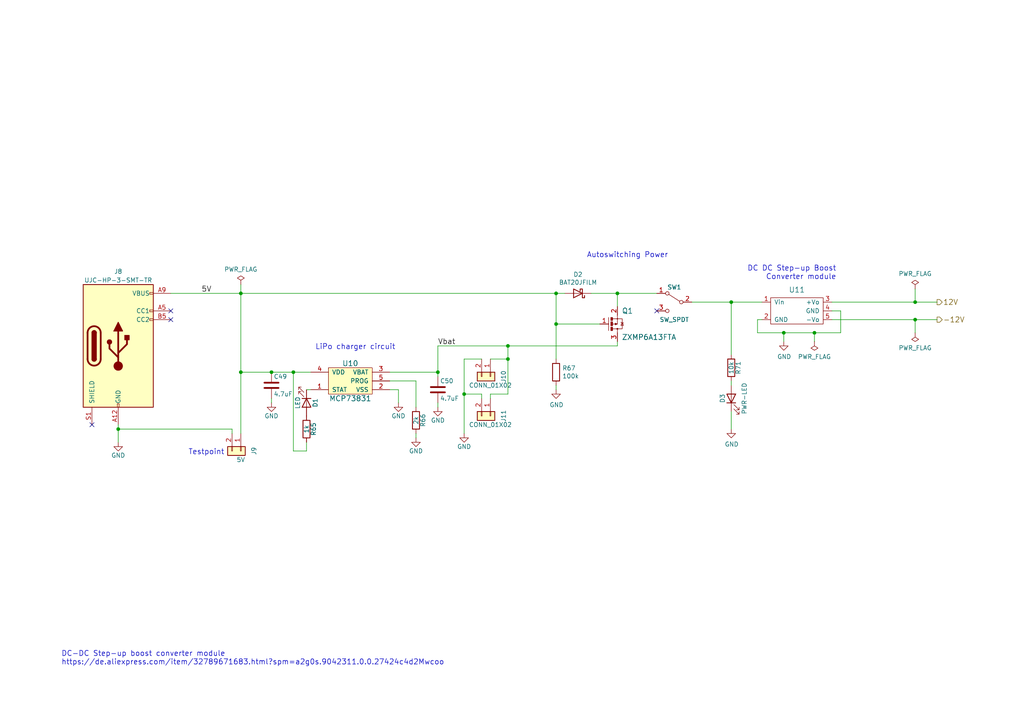
<source format=kicad_sch>
(kicad_sch (version 20211123) (generator eeschema)
  (paper "A4")
  (lib_symbols
    (symbol "Connector_Generic:Conn_01x02" (pin_names (offset 1.016) hide)
      (property "Reference" "J" (at 0 2.54 0))
      (property "Value" "Conn_01x02" (at 0 -5.08 0))
      (symbol "Conn_01x02_1_1"
        (rectangle (start -1.27 -2.413) (end 0 -2.667) (stroke (width 0.1524)))
        (rectangle (start -1.27 0.127) (end 0 -0.127) (stroke (width 0.1524)))
        (rectangle (start -1.27 1.27) (end 1.27 -3.81) (stroke (width 0.254)) (fill (type background)))
        (pin passive line (at -5.08 0 0) (length 3.81) (name "Pin_1") (number "1"))
        (pin passive line (at -5.08 -2.54 0) (length 3.81) (name "Pin_2") (number "2"))
      )
    )
    (symbol "Device:C" (pin_numbers hide) (pin_names (offset 0.254))
      (property "Reference" "C" (at 0.635 2.54 0))
      (property "Value" "C" (at 0.635 -2.54 0))
      (symbol "C_0_1"
        (polyline (pts (xy -2.032 -0.762) (xy 2.032 -0.762)) (stroke (width 0.508)))
        (polyline (pts (xy -2.032 0.762) (xy 2.032 0.762)) (stroke (width 0.508)))
      )
      (symbol "C_1_1"
        (pin passive line (at 0 3.81 270) (length 2.794) (name "~") (number "1"))
        (pin passive line (at 0 -3.81 90) (length 2.794) (name "~") (number "2"))
      )
    )
    (symbol "Device:D_Schottky" (pin_numbers hide) (pin_names (offset 1.016) hide)
      (property "Reference" "D" (at 0 2.54 0))
      (property "Value" "D_Schottky" (at 0 -2.54 0))
      (symbol "D_Schottky_0_1"
        (polyline (pts (xy 1.27 0) (xy -1.27 0)))
        (polyline (pts (xy 1.27 1.27) (xy 1.27 -1.27) (xy -1.27 0) (xy 1.27 1.27)) (stroke (width 0.254)))
        (polyline (pts (xy -1.905 0.635) (xy -1.905 1.27) (xy -1.27 1.27) (xy -1.27 -1.27) (xy -0.635 -1.27) (xy -0.635 -0.635)) (stroke (width 0.254)))
      )
      (symbol "D_Schottky_1_1"
        (pin passive line (at -3.81 0 0) (length 2.54) (name "K") (number "1"))
        (pin passive line (at 3.81 0 180) (length 2.54) (name "A") (number "2"))
      )
    )
    (symbol "Device:LED" (pin_numbers hide) (pin_names (offset 1.016) hide)
      (property "Reference" "D" (at 0 2.54 0))
      (property "Value" "LED" (at 0 -2.54 0))
      (symbol "LED_0_1"
        (polyline (pts (xy -1.27 -1.27) (xy -1.27 1.27)) (stroke (width 0.254)))
        (polyline (pts (xy -1.27 0) (xy 1.27 0)))
        (polyline (pts (xy 1.27 -1.27) (xy 1.27 1.27) (xy -1.27 0) (xy 1.27 -1.27)) (stroke (width 0.254)))
        (polyline (pts (xy -3.048 -0.762) (xy -4.572 -2.286) (xy -3.81 -2.286) (xy -4.572 -2.286) (xy -4.572 -1.524)))
        (polyline (pts (xy -1.778 -0.762) (xy -3.302 -2.286) (xy -2.54 -2.286) (xy -3.302 -2.286) (xy -3.302 -1.524)))
      )
      (symbol "LED_1_1"
        (pin passive line (at -3.81 0 0) (length 2.54) (name "K") (number "1"))
        (pin passive line (at 3.81 0 180) (length 2.54) (name "A") (number "2"))
      )
    )
    (symbol "Device:R" (pin_numbers hide) (pin_names (offset 0))
      (property "Reference" "R" (at 2.032 0 90))
      (property "Value" "R" (at 0 0 90))
      (symbol "R_0_1"
        (rectangle (start -1.016 -2.54) (end 1.016 2.54) (stroke (width 0.254)))
      )
      (symbol "R_1_1"
        (pin passive line (at 0 3.81 270) (length 1.27) (name "~") (number "1"))
        (pin passive line (at 0 -3.81 90) (length 1.27) (name "~") (number "2"))
      )
    )
    (symbol "Switch:SW_SPDT" (pin_names (offset 0) hide)
      (property "Reference" "SW" (at 0 4.318 0))
      (property "Value" "SW_SPDT" (at 0 -5.08 0))
      (symbol "SW_SPDT_0_0"
        (circle (center -2.032 0) (radius 0.508))
        (circle (center 2.032 -2.54) (radius 0.508))
      )
      (symbol "SW_SPDT_0_1"
        (polyline (pts (xy -1.524 0.254) (xy 1.651 2.286)))
        (circle (center 2.032 2.54) (radius 0.508))
      )
      (symbol "SW_SPDT_1_1"
        (pin passive line (at 5.08 2.54 180) (length 2.54) (name "A") (number "1"))
        (pin passive line (at -5.08 0 0) (length 2.54) (name "B") (number "2"))
        (pin passive line (at 5.08 -2.54 180) (length 2.54) (name "C") (number "3"))
      )
    )
    (symbol "pocket_mixer-rescue:GND" (power) (pin_names (offset 0))
      (property "Value" "GND" (at 0 -3.81 0))
      (symbol "GND_0_1"
        (polyline (pts (xy 0 0) (xy 0 -1.27) (xy 1.27 -1.27) (xy 0 -2.54) (xy -1.27 -1.27) (xy 0 -1.27)))
      )
      (symbol "GND_1_1"
        (pin power_in line (at 0 0 270) (length 0) hide (name "GND") (number "1"))
      )
    )
    (symbol "power:GND" (power) (pin_names (offset 0))
      (property "Value" "GND" (at 0 -3.81 0))
      (symbol "GND_0_1"
        (polyline (pts (xy 0 0) (xy 0 -1.27) (xy 1.27 -1.27) (xy 0 -2.54) (xy -1.27 -1.27) (xy 0 -1.27)))
      )
      (symbol "GND_1_1"
        (pin power_in line (at 0 0 270) (length 0) hide (name "GND") (number "1"))
      )
    )
    (symbol "power:PWR_FLAG" (power) (pin_numbers hide) (pin_names (offset 0) hide)
      (property "Value" "PWR_FLAG" (at 0 3.81 0))
      (symbol "PWR_FLAG_0_0"
        (pin power_out line (at 0 0 90) (length 0) (name "pwr") (number "1"))
      )
      (symbol "PWR_FLAG_0_1"
        (polyline (pts (xy 0 0) (xy 0 1.27) (xy -1.016 1.905) (xy 0 2.54) (xy 1.016 1.905) (xy 0 1.27)))
      )
    )
    (symbol "stahllabs:DC-DC-Boost-Converter-Positive-Negative-Dual-Output-Power-Supply" (pin_names (offset 1.016))
      (property "Reference" "U" (at 0 5.08 0))
      (property "Value" "DC-DC-Boost-Converter-Positive-Negative-Dual-Output-Power-Supply" (at 1.27 -5.08 0))
      (symbol "DC-DC-Boost-Converter-Positive-Negative-Dual-Output-Power-Supply_0_1"
        (rectangle (start -7.62 3.81) (end 7.62 -3.81))
      )
      (symbol "DC-DC-Boost-Converter-Positive-Negative-Dual-Output-Power-Supply_1_1"
        (pin passive line (at -10.16 2.54 0) (length 2.54) (name "Vin") (number "1"))
        (pin passive line (at -10.16 -2.54 0) (length 2.54) (name "GND") (number "2"))
        (pin passive line (at 10.16 2.54 180) (length 2.54) (name "+Vo") (number "3"))
        (pin passive line (at 10.16 0 180) (length 2.54) (name "GND") (number "4"))
        (pin passive line (at 10.16 -2.54 180) (length 2.54) (name "-Vo") (number "5"))
      )
    )
    (symbol "stahllabs:MCP73831" (pin_names (offset 1.016))
      (property "Reference" "U" (at 0 5.08 0))
      (property "Value" "MCP73831" (at 0 -5.08 0))
      (symbol "MCP73831_0_1"
        (rectangle (start -6.35 3.81) (end 6.35 -3.81) (fill (type background)))
      )
      (symbol "MCP73831_1_1"
        (pin output line (at -11.43 -2.54 0) (length 5.08) (name "STAT") (number "1"))
        (pin passive line (at 11.43 -2.54 180) (length 5.08) (name "VSS") (number "2"))
        (pin power_out line (at 11.43 2.54 180) (length 5.08) (name "VBAT") (number "3"))
        (pin power_in line (at -11.43 2.54 0) (length 5.08) (name "VDD") (number "4"))
        (pin input line (at 11.43 0 180) (length 5.08) (name "PROG") (number "5"))
      )
    )
    (symbol "stahllabs:USB_C_Receptacle_Power_Only" (pin_names (offset 1.016))
      (property "Reference" "J" (at -2.54 21.59 0))
      (property "Value" "USB_C_Receptacle_Power_Only" (at 19.05 19.05 0))
      (symbol "USB_C_Receptacle_Power_Only_0_0"
        (rectangle (start -0.254 -17.78) (end 0.254 -16.764))
        (rectangle (start 10.16 7.874) (end 9.144 7.366))
        (rectangle (start 10.16 10.414) (end 9.144 9.906))
        (rectangle (start 10.16 15.494) (end 9.144 14.986))
      )
      (symbol "USB_C_Receptacle_Power_Only_0_1"
        (rectangle (start -10.16 17.78) (end 10.16 -17.78) (stroke (width 0.254)) (fill (type background)))
        (arc (start -8.89 -3.81) (mid -6.985 -5.715) (end -5.08 -3.81) (stroke (width 0.508)))
        (arc (start -7.62 -3.81) (mid -6.985 -4.445) (end -6.35 -3.81) (stroke (width 0.254)))
        (arc (start -7.62 -3.81) (mid -6.985 -4.445) (end -6.35 -3.81) (stroke (width 0.254)) (fill (type outline)))
        (rectangle (start -7.62 -3.81) (end -6.35 3.81) (stroke (width 0.254)) (fill (type outline)))
        (arc (start -6.35 3.81) (mid -6.985 4.445) (end -7.62 3.81) (stroke (width 0.254)))
        (arc (start -6.35 3.81) (mid -6.985 4.445) (end -7.62 3.81) (stroke (width 0.254)) (fill (type outline)))
        (arc (start -5.08 3.81) (mid -6.985 5.715) (end -8.89 3.81) (stroke (width 0.508)))
        (circle (center -2.54 1.143) (radius 0.635) (stroke (width 0.254)) (fill (type outline)))
        (circle (center 0 -5.842) (radius 1.27) (fill (type outline)))
        (polyline (pts (xy -8.89 -3.81) (xy -8.89 3.81)) (stroke (width 0.508)))
        (polyline (pts (xy -5.08 3.81) (xy -5.08 -3.81)) (stroke (width 0.508)))
        (polyline (pts (xy 0 -5.842) (xy 0 4.318)) (stroke (width 0.508)))
        (polyline (pts (xy 0 -3.302) (xy -2.54 -0.762) (xy -2.54 0.508)) (stroke (width 0.508)))
        (polyline (pts (xy 0 -2.032) (xy 2.54 0.508) (xy 2.54 1.778)) (stroke (width 0.508)))
        (polyline (pts (xy -1.27 4.318) (xy 0 6.858) (xy 1.27 4.318) (xy -1.27 4.318)) (stroke (width 0.254)) (fill (type outline)))
        (rectangle (start 1.905 1.778) (end 3.175 3.048) (stroke (width 0.254)) (fill (type outline)))
      )
      (symbol "USB_C_Receptacle_Power_Only_1_1"
        (pin passive line (at 0 -22.86 90) (length 5.08) (name "GND") (number "A12"))
        (pin bidirectional line (at 15.24 10.16 180) (length 5.08) (name "CC1") (number "A5"))
        (pin passive line (at 15.24 15.24 180) (length 5.08) (name "VBUS") (number "A9"))
        (pin passive line (at 0 -22.86 90) (length 5.08) hide (name "GND") (number "B12"))
        (pin bidirectional line (at 15.24 7.62 180) (length 5.08) (name "CC2") (number "B5"))
        (pin passive line (at 15.24 15.24 180) (length 5.08) hide (name "VBUS") (number "B9"))
        (pin passive line (at -7.62 -22.86 90) (length 5.08) (name "SHIELD") (number "S1"))
      )
    )
    (symbol "stahllabs:ZXMP6A13FTA" (pin_names (offset 1.016))
      (property "Reference" "Q" (at -5.207 4.572 0))
      (property "Value" "ZXMP6A13FTA" (at -2.54 -6.731 0))
      (symbol "ZXMP6A13FTA_0_1"
        (rectangle (start -4.445 -0.889) (end -3.937 -1.905) (fill (type outline)))
        (rectangle (start -4.445 0.635) (end -3.937 -0.508) (fill (type outline)))
        (rectangle (start -4.445 1.905) (end -3.937 1.016) (fill (type outline)))
        (circle (center -2.54 -1.397) (radius 0.1778) (fill (type outline)))
        (circle (center -2.54 1.524) (radius 0.127))
        (polyline (pts (xy -5.08 1.905) (xy -5.08 -1.905)))
        (polyline (pts (xy -3.937 0) (xy -3.175 0)))
        (polyline (pts (xy -2.54 -2.54) (xy -2.54 -1.397)))
        (polyline (pts (xy -2.54 0) (xy -2.54 2.54)))
        (polyline (pts (xy -3.937 1.524) (xy -1.143 1.524) (xy -1.143 -1.397) (xy -3.937 -1.397)))
        (polyline (pts (xy -3.175 0.254) (xy -3.175 -0.254) (xy -2.54 0) (xy -3.175 0.254)) (fill (type outline)))
        (polyline (pts (xy -1.524 -0.381) (xy -1.143 0.381) (xy -0.762 -0.381) (xy -1.524 -0.381)))
        (polyline (pts (xy -1.524 0.508) (xy -1.397 0.381) (xy -0.889 0.381) (xy -0.762 0.254)))
      )
      (symbol "ZXMP6A13FTA_1_1"
        (pin passive line (at -7.62 0 0) (length 2.54) (name "~") (number "1"))
        (pin passive line (at -2.54 5.08 270) (length 2.54) (name "~") (number "2"))
        (pin passive line (at -2.54 -5.08 90) (length 2.54) (name "~") (number "3"))
      )
    )
  )
  (junction (at 161.29 85.09))
  (junction (at 127 107.95))
  (junction (at 236.22 96.52))
  (junction (at 78.74 107.95))
  (junction (at 69.85 107.95))
  (junction (at 147.32 100.33))
  (junction (at 265.43 87.63))
  (junction (at 161.29 93.98))
  (junction (at 34.29 124.46))
  (junction (at 134.62 114.3))
  (junction (at 265.43 92.71))
  (junction (at 227.33 96.52))
  (junction (at 212.09 87.63))
  (junction (at 179.07 85.09))
  (junction (at 147.32 104.14))
  (junction (at 69.85 85.09))
  (junction (at 85.09 107.95))
  (no_connect (at 49.53 90.17))
  (no_connect (at 49.53 92.71))
  (no_connect (at 26.67 123.19))
  (no_connect (at 190.5 90.17))
  (wire (pts (xy 120.65 110.49) (xy 113.03 110.49)))
  (wire (pts (xy 142.24 104.14) (xy 147.32 104.14)))
  (wire (pts (xy 161.29 93.98) (xy 161.29 104.14)))
  (wire (pts (xy 265.43 83.82) (xy 265.43 87.63)))
  (wire (pts (xy 127 116.84) (xy 127 118.11)))
  (wire (pts (xy 212.09 110.49) (xy 212.09 111.76)))
  (wire (pts (xy 67.31 124.46) (xy 34.29 124.46)))
  (wire (pts (xy 134.62 114.3) (xy 134.62 125.73)))
  (wire (pts (xy 139.7 115.57) (xy 139.7 114.3)))
  (wire (pts (xy 227.33 96.52) (xy 227.33 99.06)))
  (wire (pts (xy 115.57 116.84) (xy 115.57 113.03)))
  (wire (pts (xy 243.84 96.52) (xy 236.22 96.52)))
  (wire (pts (xy 171.45 85.09) (xy 179.07 85.09)))
  (wire (pts (xy 200.66 87.63) (xy 212.09 87.63)))
  (wire (pts (xy 220.98 87.63) (xy 212.09 87.63)))
  (wire (pts (xy 265.43 96.52) (xy 265.43 92.71)))
  (wire (pts (xy 161.29 85.09) (xy 163.83 85.09)))
  (wire (pts (xy 85.09 130.81) (xy 85.09 107.95)))
  (wire (pts (xy 241.3 87.63) (xy 265.43 87.63)))
  (wire (pts (xy 241.3 92.71) (xy 265.43 92.71)))
  (wire (pts (xy 69.85 125.73) (xy 69.85 107.95)))
  (wire (pts (xy 142.24 114.3) (xy 147.32 114.3)))
  (wire (pts (xy 69.85 107.95) (xy 69.85 85.09)))
  (wire (pts (xy 219.71 92.71) (xy 220.98 92.71)))
  (wire (pts (xy 161.29 93.98) (xy 173.99 93.98)))
  (wire (pts (xy 34.29 123.19) (xy 34.29 124.46)))
  (wire (pts (xy 179.07 85.09) (xy 190.5 85.09)))
  (wire (pts (xy 134.62 104.14) (xy 134.62 114.3)))
  (wire (pts (xy 34.29 124.46) (xy 34.29 128.27)))
  (wire (pts (xy 67.31 125.73) (xy 67.31 124.46)))
  (wire (pts (xy 88.9 128.27) (xy 88.9 130.81)))
  (wire (pts (xy 212.09 87.63) (xy 212.09 102.87)))
  (wire (pts (xy 161.29 111.76) (xy 161.29 113.03)))
  (wire (pts (xy 127 107.95) (xy 127 109.22)))
  (wire (pts (xy 127 100.33) (xy 147.32 100.33)))
  (wire (pts (xy 212.09 119.38) (xy 212.09 124.46)))
  (wire (pts (xy 69.85 85.09) (xy 161.29 85.09)))
  (wire (pts (xy 127 107.95) (xy 113.03 107.95)))
  (wire (pts (xy 127 107.95) (xy 127 100.33)))
  (wire (pts (xy 69.85 82.55) (xy 69.85 85.09)))
  (wire (pts (xy 49.53 85.09) (xy 69.85 85.09)))
  (wire (pts (xy 120.65 118.11) (xy 120.65 110.49)))
  (wire (pts (xy 147.32 114.3) (xy 147.32 104.14)))
  (wire (pts (xy 147.32 104.14) (xy 147.32 100.33)))
  (wire (pts (xy 78.74 107.95) (xy 69.85 107.95)))
  (wire (pts (xy 243.84 90.17) (xy 243.84 96.52)))
  (wire (pts (xy 219.71 96.52) (xy 227.33 96.52)))
  (wire (pts (xy 78.74 107.95) (xy 85.09 107.95)))
  (wire (pts (xy 134.62 104.14) (xy 139.7 104.14)))
  (wire (pts (xy 241.3 90.17) (xy 243.84 90.17)))
  (wire (pts (xy 88.9 113.03) (xy 90.17 113.03)))
  (wire (pts (xy 161.29 85.09) (xy 161.29 93.98)))
  (wire (pts (xy 115.57 113.03) (xy 113.03 113.03)))
  (wire (pts (xy 219.71 92.71) (xy 219.71 96.52)))
  (wire (pts (xy 265.43 92.71) (xy 271.78 92.71)))
  (wire (pts (xy 139.7 114.3) (xy 134.62 114.3)))
  (wire (pts (xy 265.43 87.63) (xy 271.78 87.63)))
  (wire (pts (xy 78.74 115.57) (xy 78.74 116.84)))
  (wire (pts (xy 88.9 130.81) (xy 85.09 130.81)))
  (wire (pts (xy 236.22 99.06) (xy 236.22 96.52)))
  (wire (pts (xy 179.07 99.06) (xy 179.07 100.33)))
  (wire (pts (xy 85.09 107.95) (xy 90.17 107.95)))
  (wire (pts (xy 179.07 100.33) (xy 147.32 100.33)))
  (wire (pts (xy 142.24 115.57) (xy 142.24 114.3)))
  (wire (pts (xy 236.22 96.52) (xy 227.33 96.52)))
  (wire (pts (xy 179.07 85.09) (xy 179.07 88.9)))
  (wire (pts (xy 120.65 125.73) (xy 120.65 127)))
  (text "DC-DC Step-up boost converter module\nhttps://de.aliexpress.com/item/32789671683.html?spm=a2g0s.9042311.0.0.27424c4d2Mwcoo" (at 17.78 193.04 0) (effects (font (size 1.524 1.524)) (justify left bottom)))
  (text "Autoswitching Power" (at 170.18 74.93 0) (effects (font (size 1.524 1.524)) (justify left bottom)))
  (text "Testpoint" (at 54.61 132.08 0) (effects (font (size 1.524 1.524)) (justify left bottom)))
  (text "DC DC Step-up Boost\nConverter module" (at 242.57 81.28 180) (effects (font (size 1.524 1.524)) (justify right bottom)))
  (text "LiPo charger circuit" (at 91.44 101.6 0) (effects (font (size 1.524 1.524)) (justify left bottom)))
  (label "5V" (at 58.42 85.09 0) (effects (font (size 1.524 1.524))))
  (label "Vbat" (at 127 100.33 0) (effects (font (size 1.524 1.524))))
  (hierarchical_label "12V" (shape output) (at 271.78 87.63 0) (effects (font (size 1.524 1.524))))
  (hierarchical_label "-12V" (shape output) (at 271.78 92.71 0) (effects (font (size 1.524 1.524))))
  (symbol (lib_id "stahllabs:MCP73831") (at 101.6 110.49 0) (unit 1)
    (property "Reference" "U10" (at 101.6 105.41 0) (effects (font (size 1.524 1.524))))
    (property "Value" "MCP73831" (at 101.6 115.57 0) (effects (font (size 1.524 1.524))))
    (property "Footprint" "Package_TO_SOT_SMD:SOT-23-5" (effects hide))
  )
  (symbol (lib_id "Device:C") (at 78.74 111.76 0) (unit 1)
    (property "Reference" "C49" (at 79.375 109.22 0) (effects (justify left)))
    (property "Value" "4.7uF" (at 79.375 114.3 0) (effects (justify left)))
    (property "Footprint" "Capacitor_SMD:C_1206_3216Metric" (effects hide))
  )
  (symbol (lib_id "power:GND") (at 78.74 116.84 0) (unit 1)
    (property "Reference" "#PWR0114" (effects hide))
    (property "Value" "GND" (at 78.74 120.65 0))
  )
  (symbol (lib_id "Device:LED") (at 88.9 116.84 270) (unit 1)
    (property "Reference" "D1" (at 91.44 116.84 0))
    (property "Value" "LED" (at 86.36 116.84 0))
    (property "Footprint" "LEDs:LED_D3.0mm" (effects hide))
  )
  (symbol (lib_id "Device:R") (at 88.9 124.46 0) (unit 1)
    (property "Reference" "R65" (at 90.932 124.46 90))
    (property "Value" "1k" (at 88.9 124.46 90))
    (property "Footprint" "Resistor_SMD:R_1206_3216Metric" (effects hide))
  )
  (symbol (lib_id "power:GND") (at 115.57 116.84 0) (unit 1)
    (property "Reference" "#PWR0115" (effects hide))
    (property "Value" "GND" (at 115.57 120.65 0))
  )
  (symbol (lib_id "Device:R") (at 120.65 121.92 0) (unit 1)
    (property "Reference" "R66" (at 122.682 121.92 90))
    (property "Value" "2k" (at 120.65 121.92 90))
    (property "Footprint" "Resistor_SMD:R_1206_3216Metric" (effects hide))
  )
  (symbol (lib_id "power:GND") (at 120.65 127 0) (unit 1)
    (property "Reference" "#PWR0116" (effects hide))
    (property "Value" "GND" (at 120.65 130.81 0))
  )
  (symbol (lib_id "Device:C") (at 127 113.03 0) (unit 1)
    (property "Reference" "C50" (at 127.635 110.49 0) (effects (justify left)))
    (property "Value" "4.7uF" (at 127.635 115.57 0) (effects (justify left)))
    (property "Footprint" "Capacitor_SMD:C_1206_3216Metric" (effects hide))
  )
  (symbol (lib_id "power:GND") (at 34.29 128.27 0) (unit 1)
    (property "Reference" "#PWR0117" (effects hide))
    (property "Value" "GND" (at 34.29 132.08 0))
  )
  (symbol (lib_id "Connector_Generic:Conn_01x02") (at 69.85 130.81 270) (unit 1)
    (property "Reference" "J9" (at 73.66 130.81 0))
    (property "Value" "5V" (at 69.85 133.35 90))
    (property "Footprint" "Connector_PinHeader_2.54mm:PinHeader_1x02_P2.54mm_Vertical" (effects hide))
  )
  (symbol (lib_id "power:GND") (at 134.62 125.73 0) (unit 1)
    (property "Reference" "#PWR0118" (effects hide))
    (property "Value" "GND" (at 134.62 129.54 0))
  )
  (symbol (lib_id "Device:R") (at 212.09 106.68 0) (unit 1)
    (property "Reference" "R71" (at 214.122 106.68 90))
    (property "Value" "10k" (at 212.09 106.68 90))
    (property "Footprint" "Resistor_SMD:R_1206_3216Metric" (effects hide))
  )
  (symbol (lib_id "Device:LED") (at 212.09 115.57 90) (unit 1)
    (property "Reference" "D3" (at 209.55 115.57 0))
    (property "Value" "PWR-LED" (at 215.9 115.57 0))
    (property "Footprint" "LEDs:LED_D3.0mm" (effects hide))
  )
  (symbol (lib_id "Switch:SW_SPDT") (at 195.58 87.63 0) (mirror y) (unit 1)
    (property "Reference" "SW1" (at 195.58 83.312 0))
    (property "Value" "SW_SPDT" (at 195.58 92.71 0))
    (property "Footprint" "stahllabs:Switches_Alps_SSSS916400" (effects hide))
    (property "Datasheet" "https://www.alps.com/prod/info/E/HTML/Switch/Slide/SSSS9/SSSS916400.html" (effects hide))
  )
  (symbol (lib_id "power:GND") (at 127 118.11 0) (unit 1)
    (property "Reference" "#PWR0119" (effects hide))
    (property "Value" "GND" (at 127 121.92 0))
  )
  (symbol (lib_id "power:PWR_FLAG") (at 265.43 83.82 0) (unit 1)
    (property "Reference" "#FLG02" (effects hide))
    (property "Value" "PWR_FLAG" (at 265.43 79.4004 0))
  )
  (symbol (lib_id "power:PWR_FLAG") (at 265.43 96.52 180) (unit 1)
    (property "Reference" "#FLG03" (effects hide))
    (property "Value" "PWR_FLAG" (at 265.43 100.9142 0))
  )
  (symbol (lib_id "Connector_Generic:Conn_01x02") (at 142.24 109.22 270) (unit 1)
    (property "Reference" "J10" (at 146.05 109.22 0))
    (property "Value" "CONN_01X02" (at 142.24 111.76 90))
    (property "Footprint" "Connector_JST:JST_PH_S2B-PH-K_1x02_P2.00mm_Horizontal" (effects hide))
  )
  (symbol (lib_id "Connector_Generic:Conn_01x02") (at 142.24 120.65 270) (unit 1)
    (property "Reference" "J11" (at 146.05 120.65 0))
    (property "Value" "CONN_01X02" (at 142.24 123.19 90))
    (property "Footprint" "Connector_PinHeader_2.54mm:PinHeader_1x02_P2.54mm_Vertical" (effects hide))
  )
  (symbol (lib_id "Device:D_Schottky") (at 167.64 85.09 180) (unit 1)
    (property "Reference" "D2" (at 167.64 79.6036 0))
    (property "Value" "BAT20JFILM" (at 167.64 81.915 0))
    (property "Footprint" "Diode_SMD:D_SOD-323" (effects hide))
  )
  (symbol (lib_id "stahllabs:ZXMP6A13FTA") (at 181.61 93.98 0) (unit 1)
    (property "Reference" "Q1" (at 180.34 90.17 0) (effects (font (size 1.524 1.524)) (justify left)))
    (property "Value" "ZXMP6A13FTA" (at 180.34 97.79 0) (effects (font (size 1.524 1.524)) (justify left)))
    (property "Footprint" "Package_TO_SOT_SMD:SOT-23" (effects hide))
  )
  (symbol (lib_id "Device:R") (at 161.29 107.95 0) (unit 1)
    (property "Reference" "R67" (at 163.068 106.7816 0) (effects (justify left)))
    (property "Value" "100k" (at 163.068 109.093 0) (effects (justify left)))
    (property "Footprint" "Resistor_SMD:R_1206_3216Metric" (effects hide))
  )
  (symbol (lib_id "pocket_mixer-rescue:GND") (at 161.29 113.03 0) (unit 1)
    (property "Reference" "#PWR0120" (effects hide))
    (property "Value" "GND" (at 161.417 117.4242 0))
  )
  (symbol (lib_id "power:GND") (at 212.09 124.46 0) (unit 1)
    (property "Reference" "#PWR0121" (effects hide))
    (property "Value" "GND" (at 212.217 128.8542 0))
  )
  (symbol (lib_id "pocket_mixer-rescue:GND") (at 227.33 99.06 0) (unit 1)
    (property "Reference" "#PWR0122" (effects hide))
    (property "Value" "GND" (at 227.457 103.4542 0))
  )
  (symbol (lib_id "power:PWR_FLAG") (at 236.22 99.06 180) (unit 1)
    (property "Reference" "#FLG01" (effects hide))
    (property "Value" "PWR_FLAG" (at 236.22 103.4796 0))
  )
  (symbol (lib_id "power:PWR_FLAG") (at 69.85 82.55 0) (unit 1)
    (property "Reference" "#FLG0101" (effects hide))
    (property "Value" "PWR_FLAG" (at 69.85 78.1304 0))
  )
  (symbol (lib_id "stahllabs:USB_C_Receptacle_Power_Only") (at 34.29 100.33 0) (unit 1)
    (property "Reference" "J8" (at 34.29 78.74 0))
    (property "Value" "UJC-HP-3-SMT-TR" (at 34.29 81.28 0))
    (property "Footprint" "stahllabs:USB_C_Receptacle_CUI_Devices_UJC-HP-3-SMT-TR" (effects hide))
    (property "Datasheet" "https://www.usb.org/sites/default/files/documents/usb_type-c.zip" (effects hide))
  )
  (symbol (lib_id "stahllabs:DC-DC-Boost-Converter-Positive-Negative-Dual-Output-Power-Supply") (at 231.14 90.17 0) (unit 1)
    (property "Reference" "U11" (at 231.14 84.0486 0) (effects (font (size 1.524 1.524))))
    (property "Value" "DC-DC-Boost-Converter-Positive-Negative-Dual-Output-Power-Supply" (effects hide))
    (property "Footprint" "stahllabs:DC-DC-Boost-Converter-Positive-Negative-Dual-Output-Power-Supply" (effects hide))
    (property "Datasheet" "https://www.aliexpress.com/item/32789671683.html?spm=a2g0s.9042311.0.0.27424c4d2Mwcoo" (effects hide))
  )
)
</source>
